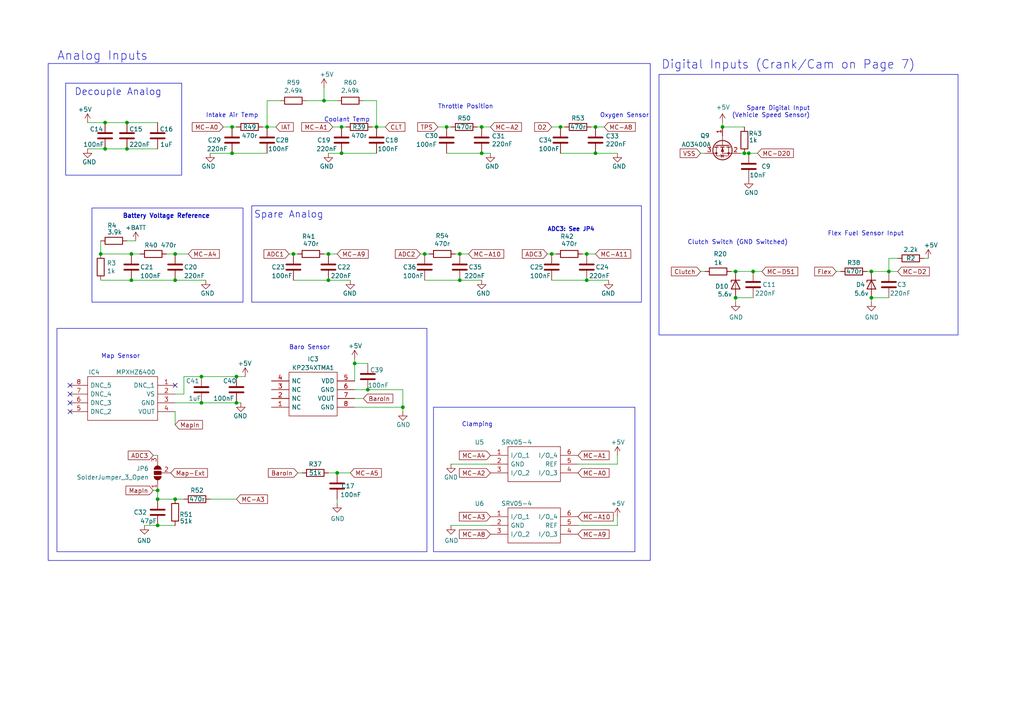
<source format=kicad_sch>
(kicad_sch (version 20250114) (generator "eeschema") (generator_version "9.0")
  (paper "A4")
  (title_block (title "Spark Gap x4") (date "2025-05-18") (rev "C") (company "OpenLogicEFI") (comment 1 "openlogicefi.com"))
  (lib_symbols
    (symbol "Detonation:KP234" (pin_names (offset 0.762))
      (property "Reference" "IC4" (at 12.065 -13.97 0))
      (property "Value" "KP234" (at 12.065 -11.43 0))
      (symbol "KP234_0_0"
        (pin passive line (at 0 0 0) (length 5.08) (name "NC") (number "1"))
        (pin passive line (at 0 -2.54 0) (length 5.08) (name "NC") (number "2"))
        (pin passive line (at 0 -5.08 0) (length 5.08) (name "NC") (number "3"))
        (pin passive line (at 0 -7.62 0) (length 5.08) (name "NC") (number "4"))
        (pin passive line (at 24.13 0 180) (length 5.08) (name "GND") (number "8"))
        (pin passive line (at 24.13 -2.54 180) (length 5.08) (name "VOUT") (number "7"))
        (pin passive line (at 24.13 -5.08 180) (length 5.08) (name "GND") (number "6"))
        (pin passive line (at 24.13 -7.62 180) (length 5.08) (name "VDD") (number "5"))
      )
      (symbol "KP234_0_1"
        (polyline (pts (xy 5.08 2.54) (xy 19.05 2.54) (xy 19.05 -10.16) (xy 5.08 -10.16) (xy 5.08 2.54)) (stroke (width 0.1524)))
      )
    )
    (symbol "Device:C" (pin_numbers (hide yes)) (pin_names (offset 0.254))
      (property "Reference" "C" (at 0.635 2.54 0))
      (property "Value" "C" (at 0.635 -2.54 0))
      (symbol "C_0_1"
        (polyline (pts (xy -2.032 0.762) (xy 2.032 0.762)) (stroke (width 0.508)))
        (polyline (pts (xy -2.032 -0.762) (xy 2.032 -0.762)) (stroke (width 0.508)))
      )
      (symbol "C_1_1"
        (pin passive line (at 0 3.81 270) (length 2.794) (name "~") (number "1"))
        (pin passive line (at 0 -3.81 90) (length 2.794) (name "~") (number "2"))
      )
    )
    (symbol "Device:D_Zener" (pin_numbers (hide yes)) (pin_names (offset 1.016) (hide yes))
      (property "Reference" "D" (at 0 2.54 0))
      (property "Value" "D_Zener" (at 0 -2.54 0))
      (symbol "D_Zener_0_1"
        (polyline (pts (xy -1.27 -1.27) (xy -1.27 1.27) (xy -0.762 1.27)) (stroke (width 0.254)))
        (polyline (pts (xy 1.27 0) (xy -1.27 0)))
        (polyline (pts (xy 1.27 -1.27) (xy 1.27 1.27) (xy -1.27 0) (xy 1.27 -1.27)) (stroke (width 0.254)))
      )
      (symbol "D_Zener_1_1"
        (pin passive line (at -3.81 0 0) (length 2.54) (name "K") (number "1"))
        (pin passive line (at 3.81 0 180) (length 2.54) (name "A") (number "2"))
      )
    )
    (symbol "Device:R" (pin_numbers (hide yes)) (pin_names (offset 0))
      (property "Reference" "R" (at 2.032 0 90))
      (property "Value" "R" (at 0 0 90))
      (symbol "R_0_1"
        (rectangle (start -1.016 -2.54) (end 1.016 2.54) (stroke (width 0.254)))
      )
      (symbol "R_1_1"
        (pin passive line (at 0 3.81 270) (length 1.27) (name "~") (number "1"))
        (pin passive line (at 0 -3.81 90) (length 1.27) (name "~") (number "2"))
      )
    )
    (symbol "Jumper:SolderJumper_3_Open" (pin_names (offset 0) (hide yes))
      (property "Reference" "JP" (at -2.54 -2.54 0))
      (property "Value" "SolderJumper_3_Open" (at 0 2.794 0))
      (symbol "SolderJumper_3_Open_0_1"
        (polyline (pts (xy -2.54 0) (xy -2.032 0)))
        (polyline (pts (xy -1.016 1.016) (xy -1.016 -1.016)))
        (arc (start -1.016 -1.016) (mid -2.0276 0) (end -1.016 1.016))
        (arc (start -1.016 -1.016) (mid -2.0276 0) (end -1.016 1.016) (fill (type outline)))
        (rectangle (start -0.508 1.016) (end 0.508 -1.016) (fill (type outline)))
        (polyline (pts (xy 0 -1.27) (xy 0 -1.016)))
        (arc (start 1.016 1.016) (mid 2.0276 0) (end 1.016 -1.016))
        (arc (start 1.016 1.016) (mid 2.0276 0) (end 1.016 -1.016) (fill (type outline)))
        (polyline (pts (xy 1.016 1.016) (xy 1.016 -1.016)))
        (polyline (pts (xy 2.54 0) (xy 2.032 0)))
      )
      (symbol "SolderJumper_3_Open_1_1"
        (pin passive line (at -5.08 0 0) (length 2.54) (name "A") (number "1"))
        (pin passive line (at 0 -3.81 90) (length 2.54) (name "C") (number "2"))
        (pin passive line (at 5.08 0 180) (length 2.54) (name "B") (number "3"))
      )
    )
    (symbol "MPXH6250AC6U:MPXH6250AC6U" (pin_names (offset 0.762))
      (property "Reference" "IC4" (at 23.495 3.81 0))
      (property "Value" "MPXHZ6400" (at 11.43 3.81 0))
      (symbol "MPXH6250AC6U_0_0"
        (pin passive line (at 0 0 0) (length 5.08) (name "DNC_1") (number "1"))
        (pin passive line (at 0 -2.54 0) (length 5.08) (name "VS") (number "2"))
        (pin passive line (at 0 -5.08 0) (length 5.08) (name "GND") (number "3"))
        (pin passive line (at 0 -7.62 0) (length 5.08) (name "VOUT") (number "4"))
        (pin passive line (at 30.48 0 180) (length 5.08) (name "DNC_5") (number "8"))
        (pin passive line (at 30.48 -2.54 180) (length 5.08) (name "DNC_4") (number "7"))
        (pin passive line (at 30.48 -5.08 180) (length 5.08) (name "DNC_3") (number "6"))
        (pin passive line (at 30.48 -7.62 180) (length 5.08) (name "DNC_2") (number "5"))
      )
      (symbol "MPXH6250AC6U_0_1"
        (polyline (pts (xy 5.08 2.54) (xy 25.4 2.54) (xy 25.4 -10.16) (xy 5.08 -10.16) (xy 5.08 2.54)) (stroke (width 0.1524)))
      )
    )
    (symbol "Pre_Ignition-cache:AO3400A" (pin_names (hide yes))
      (property "Reference" "Q" (at 5.08 1.905 0))
      (property "Value" "AO3400A" (at 5.08 0 0))
      (symbol "AO3400A_0_1"
        (polyline (pts (xy 0.254 1.905) (xy 0.254 -1.905)) (stroke (width 0.254)))
        (polyline (pts (xy 0.254 0) (xy -2.54 0)))
        (polyline (pts (xy 0.762 2.286) (xy 0.762 1.27)) (stroke (width 0.254)))
        (polyline (pts (xy 0.762 0.508) (xy 0.762 -0.508)) (stroke (width 0.254)))
        (polyline (pts (xy 0.762 -1.27) (xy 0.762 -2.286)) (stroke (width 0.254)))
        (polyline (pts (xy 0.762 -1.778) (xy 3.302 -1.778) (xy 3.302 1.778) (xy 0.762 1.778)))
        (polyline (pts (xy 1.016 0) (xy 2.032 0.381) (xy 2.032 -0.381) (xy 1.016 0)) (fill (type outline)))
        (circle (center 1.651 0) (radius 2.794) (stroke (width 0.254)))
        (polyline (pts (xy 2.54 2.54) (xy 2.54 1.778)))
        (circle (center 2.54 1.778) (radius 0.254) (fill (type outline)))
        (circle (center 2.54 -1.778) (radius 0.254) (fill (type outline)))
        (polyline (pts (xy 2.54 -2.54) (xy 2.54 0) (xy 0.762 0)))
        (polyline (pts (xy 2.794 0.508) (xy 2.921 0.381) (xy 3.683 0.381) (xy 3.81 0.254)))
        (polyline (pts (xy 3.302 0.381) (xy 2.921 -0.254) (xy 3.683 -0.254) (xy 3.302 0.381)))
      )
      (symbol "AO3400A_1_1"
        (pin input line (at -5.08 0 0) (length 2.54) (name "G") (number "1"))
        (pin passive line (at 2.54 5.08 270) (length 2.54) (name "D") (number "3"))
        (pin passive line (at 2.54 -5.08 90) (length 2.54) (name "S") (number "2"))
      )
    )
    (symbol "Pre_Ignition-rescue:SRV05-4-P-T7-SRV05-4-P-T7-Pre_Ignition-rescue-Pre_Ignition-rescue-Pre_Ignition-rescue" (pin_names (offset 0.762))
      (property "Reference" "U1" (at 1.905 3.81 0))
      (property "Value" "SRV05-4-P-T7" (at 12.7 3.81 0))
      (symbol "SRV05-4-P-T7-SRV05-4-P-T7-Pre_Ignition-rescue-Pre_Ignition-rescue-Pre_Ignition-rescue_0_0"
        (pin passive line (at 5.08 0 0) (length 5.08) (name "I/O_1") (number "1"))
        (pin passive line (at 5.08 -2.54 0) (length 5.08) (name "GND") (number "2"))
        (pin passive line (at 5.08 -5.08 0) (length 5.08) (name "I/O_2") (number "3"))
        (pin passive line (at 30.48 0 180) (length 5.08) (name "I/O_4") (number "6"))
        (pin passive line (at 30.48 -2.54 180) (length 5.08) (name "REF") (number "5"))
        (pin passive line (at 30.48 -5.08 180) (length 5.08) (name "I/O_3") (number "4"))
      )
      (symbol "SRV05-4-P-T7-SRV05-4-P-T7-Pre_Ignition-rescue-Pre_Ignition-rescue-Pre_Ignition-rescue_0_1"
        (polyline (pts (xy 10.16 2.54) (xy 25.4 2.54) (xy 25.4 -7.62) (xy 10.16 -7.62) (xy 10.16 2.54)) (stroke (width 0.1524)))
      )
    )
    (symbol "power:+5V" (power) (pin_names (offset 0))
      (property "Value" "+5V" (at 0 3.556 0))
      (symbol "+5V_0_1"
        (polyline (pts (xy -0.762 1.27) (xy 0 2.54)))
        (polyline (pts (xy 0 2.54) (xy 0.762 1.27)))
        (polyline (pts (xy 0 0) (xy 0 2.54)))
      )
      (symbol "+5V_1_1"
        (pin power_in line (at 0 0 90) (length 0) (hide yes) (name "+5V") (number "1"))
      )
    )
    (symbol "power:+BATT" (power) (pin_names (offset 0))
      (property "Value" "+BATT" (at 0 3.556 0))
      (symbol "+BATT_0_1"
        (polyline (pts (xy -0.762 1.27) (xy 0 2.54)))
        (polyline (pts (xy 0 2.54) (xy 0.762 1.27)))
        (polyline (pts (xy 0 0) (xy 0 2.54)))
      )
      (symbol "+BATT_1_1"
        (pin power_in line (at 0 0 90) (length 0) (hide yes) (name "+BATT") (number "1"))
      )
    )
    (symbol "power:GND" (power) (pin_names (offset 0))
      (property "Value" "GND" (at 0 -3.81 0))
      (symbol "GND_0_1"
        (polyline (pts (xy 0 0) (xy 0 -1.27) (xy 1.27 -1.27) (xy 0 -2.54) (xy -1.27 -1.27) (xy 0 -1.27)))
      )
      (symbol "GND_1_1"
        (pin power_in line (at 0 0 270) (length 0) (hide yes) (name "GND") (number "1"))
      )
    )
  )
  (rectangle (start 13.97 18.415) (end 188.595 162.56))
  (rectangle (start 125.73 118.11) (end 184.15 160.02))
  (rectangle (start 73.025 59.69) (end 186.055 87.63))
  (rectangle (start 19.05 24.13) (end 52.705 50.8))
  (rectangle (start 26.67 60.325) (end 70.485 87.63))
  (rectangle (start 191.135 21.59) (end 277.876 97.155))
  (rectangle (start 16.51 95.25) (end 123.825 160.02))
  (text "Map Sensor" (at 40.64 104.14 0) (effects (font (size 1.27 1.27)) (justify right bottom)))
  (text "Clutch Switch (GND Switched)" (at 199.39 71.12 0) (effects (font (size 1.27 1.27)) (justify left bottom)))
  (text "Analog Inputs" (at 16.51 17.78 0) (effects (font (size 2.54 2.54)) (justify left bottom)))
  (text "Throttle Position" (at 127 31.75 0) (effects (font (size 1.27 1.27)) (justify left bottom)))
  (text "Spare Digital Input\n(Vehicle Speed Sensor)" (at 234.95 34.29 0) (effects (font (size 1.27 1.27)) (justify right bottom)))
  (text "Oxygen Sensor" (at 173.99 34.29 0) (effects (font (size 1.27 1.27)) (justify left bottom)))
  (text "Digital Inputs (Crank/Cam on Page 7)" (at 191.77 20.32 0) (effects (font (size 2.4892 2.4892)) (justify left bottom)))
  (text "Coolant Temp" (at 93.98 35.56 0) (effects (font (size 1.27 1.27)) (justify left bottom)))
  (text "Intake Air Temp" (at 59.69 34.29 0) (effects (font (size 1.27 1.27)) (justify left bottom)))
  (text "Baro Sensor" (at 83.82 101.6 0) (effects (font (size 1.27 1.27)) (justify left bottom)))
  (text "Battery Voltage Reference" (at 35.56 63.5 0) (effects (font (size 1.27 1.27) (thickness 0.254) (bold yes)) (justify left bottom)))
  (text "Spare Analog" (at 73.66 63.5 0) (effects (font (size 2 2)) (justify left bottom)))
  (text "Flex Fuel Sensor Input" (at 240.03 68.58 0) (effects (font (size 1.27 1.27)) (justify left bottom)))
  (text "Decouple Analog" (at 21.59 27.94 0) (effects (font (size 2 2)) (justify left bottom)))
  (text "Clamping" (at 138.43 123.19 0) (effects (font (size 1.27 1.27))))
  (text "ADC3: See JP4" (at 158.75 67.31 0) (effects (font (size 1.2 1.2) (thickness 0.24) (bold yes)) (justify left bottom)))
  (junction (at 116.84 118.11))
  (junction (at 68.58 109.22))
  (junction (at 162.56 36.83))
  (junction (at 139.7 36.83))
  (junction (at 215.9 44.45))
  (junction (at 77.47 36.83))
  (junction (at 50.8 81.28))
  (junction (at 109.22 36.83))
  (junction (at 99.06 36.83))
  (junction (at 30.48 43.18))
  (junction (at 123.19 73.66))
  (junction (at 68.58 116.84))
  (junction (at 133.35 81.28))
  (junction (at 30.48 35.56))
  (junction (at 102.87 105.41))
  (junction (at 160.02 73.66))
  (junction (at 133.35 73.66))
  (junction (at 170.18 81.28))
  (junction (at 58.42 109.22))
  (junction (at 217.17 44.45))
  (junction (at 67.31 36.83))
  (junction (at 257.81 78.74))
  (junction (at 93.98 29.21))
  (junction (at 45.72 142.24))
  (junction (at 95.25 73.66))
  (junction (at 106.68 113.03))
  (junction (at 172.72 36.83))
  (junction (at 252.73 86.36))
  (junction (at 172.72 44.45))
  (junction (at 38.1 81.28))
  (junction (at 45.72 144.78))
  (junction (at 139.7 44.45))
  (junction (at 97.79 137.16))
  (junction (at 213.36 86.36))
  (junction (at 99.06 44.45))
  (junction (at 58.42 116.84))
  (junction (at 129.54 36.83))
  (junction (at 213.36 78.74))
  (junction (at 50.8 73.66))
  (junction (at 67.31 44.45))
  (junction (at 170.18 73.66))
  (junction (at 29.21 73.66))
  (junction (at 36.83 35.56))
  (junction (at 50.8 144.78))
  (junction (at 95.25 81.28))
  (junction (at 45.72 152.4))
  (junction (at 209.55 36.83))
  (junction (at 252.73 78.74))
  (junction (at 38.1 73.66))
  (junction (at 218.44 78.74))
  (junction (at 85.09 73.66))
  (junction (at 36.83 43.18))
  (no_connect (at 50.8 111.76))
  (no_connect (at 20.32 111.76))
  (no_connect (at 20.32 114.3))
  (no_connect (at 20.32 116.84))
  (no_connect (at 20.32 119.38))
  (wire (pts (xy 39.37 69.85) (xy 36.83 69.85)))
  (wire (pts (xy 100.33 36.83) (xy 99.06 36.83)))
  (wire (pts (xy 176.53 81.28) (xy 170.18 81.28)))
  (wire (pts (xy 218.44 86.36) (xy 213.36 86.36)))
  (wire (pts (xy 213.36 86.36) (xy 213.36 87.63)))
  (wire (pts (xy 179.07 152.4) (xy 167.64 152.4)))
  (wire (pts (xy 69.85 116.84) (xy 68.58 116.84)))
  (wire (pts (xy 45.72 142.24) (xy 45.72 144.78)))
  (wire (pts (xy 30.48 43.18) (xy 36.83 43.18)))
  (wire (pts (xy 171.45 36.83) (xy 172.72 36.83)))
  (wire (pts (xy 30.48 35.56) (xy 36.83 35.56)))
  (wire (pts (xy 139.7 36.83) (xy 142.24 36.83)))
  (wire (pts (xy 50.8 144.78) (xy 53.34 144.78)))
  (wire (pts (xy 97.79 144.78) (xy 97.79 146.05)))
  (wire (pts (xy 106.68 105.41) (xy 102.87 105.41)))
  (wire (pts (xy 86.36 137.16) (xy 87.63 137.16)))
  (wire (pts (xy 95.25 137.16) (xy 97.79 137.16)))
  (wire (pts (xy 215.9 44.45) (xy 217.17 44.45)))
  (wire (pts (xy 85.09 73.66) (xy 86.36 73.66)))
  (wire (pts (xy 68.58 109.22) (xy 58.42 109.22)))
  (wire (pts (xy 252.73 86.36) (xy 252.73 87.63)))
  (wire (pts (xy 168.91 73.66) (xy 170.18 73.66)))
  (wire (pts (xy 106.68 113.03) (xy 102.87 113.03)))
  (wire (pts (xy 213.36 78.74) (xy 212.09 78.74)))
  (wire (pts (xy 209.55 36.83) (xy 215.9 36.83)))
  (wire (pts (xy 77.47 29.21) (xy 81.28 29.21)))
  (wire (pts (xy 60.96 44.45) (xy 67.31 44.45)))
  (wire (pts (xy 252.73 78.74) (xy 257.81 78.74)))
  (wire (pts (xy 116.84 118.11) (xy 116.84 119.38)))
  (wire (pts (xy 60.96 144.78) (xy 68.58 144.78)))
  (wire (pts (xy 88.9 29.21) (xy 93.98 29.21)))
  (wire (pts (xy 105.41 29.21) (xy 109.22 29.21)))
  (wire (pts (xy 251.46 78.74) (xy 252.73 78.74)))
  (wire (pts (xy 29.21 73.66) (xy 38.1 73.66)))
  (wire (pts (xy 50.8 152.4) (xy 45.72 152.4)))
  (wire (pts (xy 203.2 78.74) (xy 204.47 78.74)))
  (wire (pts (xy 45.72 144.78) (xy 50.8 144.78)))
  (wire (pts (xy 93.98 25.4) (xy 93.98 29.21)))
  (wire (pts (xy 252.73 86.36) (xy 257.81 86.36)))
  (wire (pts (xy 116.84 113.03) (xy 106.68 113.03)))
  (wire (pts (xy 217.17 44.45) (xy 219.71 44.45)))
  (wire (pts (xy 53.34 114.3) (xy 50.8 114.3)))
  (wire (pts (xy 50.8 73.66) (xy 54.61 73.66)))
  (wire (pts (xy 48.26 73.66) (xy 50.8 73.66)))
  (wire (pts (xy 129.54 36.83) (xy 130.81 36.83)))
  (wire (pts (xy 179.07 132.08) (xy 179.07 134.62)))
  (wire (pts (xy 77.47 29.21) (xy 77.47 36.83)))
  (wire (pts (xy 109.22 44.45) (xy 99.06 44.45)))
  (wire (pts (xy 67.31 36.83) (xy 64.77 36.83)))
  (wire (pts (xy 58.42 116.84) (xy 50.8 116.84)))
  (wire (pts (xy 85.09 81.28) (xy 95.25 81.28)))
  (wire (pts (xy 93.98 73.66) (xy 95.25 73.66)))
  (wire (pts (xy 58.42 109.22) (xy 53.34 109.22)))
  (wire (pts (xy 95.25 73.66) (xy 97.79 73.66)))
  (wire (pts (xy 123.19 81.28) (xy 133.35 81.28)))
  (wire (pts (xy 29.21 81.28) (xy 38.1 81.28)))
  (wire (pts (xy 170.18 73.66) (xy 172.72 73.66)))
  (wire (pts (xy 130.81 134.62) (xy 142.24 134.62)))
  (wire (pts (xy 127 36.83) (xy 129.54 36.83)))
  (wire (pts (xy 102.87 110.49) (xy 102.87 105.41)))
  (wire (pts (xy 44.45 142.24) (xy 45.72 142.24)))
  (wire (pts (xy 269.24 74.93) (xy 267.97 74.93)))
  (wire (pts (xy 36.83 35.56) (xy 45.72 35.56)))
  (wire (pts (xy 257.81 74.93) (xy 260.35 74.93)))
  (wire (pts (xy 162.56 44.45) (xy 172.72 44.45)))
  (wire (pts (xy 99.06 36.83) (xy 96.52 36.83)))
  (wire (pts (xy 93.98 29.21) (xy 97.79 29.21)))
  (wire (pts (xy 142.24 152.4) (xy 130.81 152.4)))
  (wire (pts (xy 172.72 44.45) (xy 179.07 44.45)))
  (wire (pts (xy 129.54 44.45) (xy 139.7 44.45)))
  (wire (pts (xy 257.81 74.93) (xy 257.81 78.74)))
  (wire (pts (xy 121.92 73.66) (xy 123.19 73.66)))
  (wire (pts (xy 133.35 73.66) (xy 135.89 73.66)))
  (wire (pts (xy 25.4 43.18) (xy 30.48 43.18)))
  (wire (pts (xy 160.02 36.83) (xy 162.56 36.83)))
  (wire (pts (xy 105.41 115.57) (xy 102.87 115.57)))
  (wire (pts (xy 139.7 81.28) (xy 133.35 81.28)))
  (wire (pts (xy 142.24 44.45) (xy 139.7 44.45)))
  (wire (pts (xy 101.6 81.28) (xy 95.25 81.28)))
  (wire (pts (xy 209.55 35.56) (xy 209.55 36.83)))
  (wire (pts (xy 107.95 36.83) (xy 109.22 36.83)))
  (wire (pts (xy 109.22 29.21) (xy 109.22 36.83)))
  (wire (pts (xy 38.1 81.28) (xy 50.8 81.28)))
  (wire (pts (xy 160.02 81.28) (xy 170.18 81.28)))
  (wire (pts (xy 109.22 36.83) (xy 111.76 36.83)))
  (wire (pts (xy 123.19 73.66) (xy 124.46 73.66)))
  (wire (pts (xy 213.36 78.74) (xy 218.44 78.74)))
  (wire (pts (xy 36.83 43.18) (xy 45.72 43.18)))
  (wire (pts (xy 50.8 119.38) (xy 50.8 123.19)))
  (wire (pts (xy 71.12 109.22) (xy 68.58 109.22)))
  (wire (pts (xy 25.4 35.56) (xy 30.48 35.56)))
  (wire (pts (xy 53.34 109.22) (xy 53.34 114.3)))
  (wire (pts (xy 83.82 73.66) (xy 85.09 73.66)))
  (wire (pts (xy 59.69 81.28) (xy 50.8 81.28)))
  (wire (pts (xy 116.84 113.03) (xy 116.84 118.11)))
  (wire (pts (xy 68.58 116.84) (xy 58.42 116.84)))
  (wire (pts (xy 218.44 78.74) (xy 220.98 78.74)))
  (wire (pts (xy 138.43 36.83) (xy 139.7 36.83)))
  (wire (pts (xy 172.72 36.83) (xy 175.26 36.83)))
  (wire (pts (xy 38.1 73.66) (xy 40.64 73.66)))
  (wire (pts (xy 68.58 36.83) (xy 67.31 36.83)))
  (wire (pts (xy 162.56 36.83) (xy 163.83 36.83)))
  (wire (pts (xy 132.08 73.66) (xy 133.35 73.66)))
  (wire (pts (xy 243.84 78.74) (xy 242.57 78.74)))
  (wire (pts (xy 257.81 78.74) (xy 260.35 78.74)))
  (wire (pts (xy 29.21 69.85) (xy 29.21 73.66)))
  (wire (pts (xy 204.47 44.45) (xy 203.2 44.45)))
  (wire (pts (xy 77.47 44.45) (xy 67.31 44.45)))
  (wire (pts (xy 80.01 36.83) (xy 77.47 36.83)))
  (wire (pts (xy 102.87 104.14) (xy 102.87 105.41)))
  (wire (pts (xy 45.72 152.4) (xy 41.91 152.4)))
  (wire (pts (xy 214.63 44.45) (xy 215.9 44.45)))
  (wire (pts (xy 158.75 73.66) (xy 160.02 73.66)))
  (wire (pts (xy 179.07 134.62) (xy 167.64 134.62)))
  (wire (pts (xy 77.47 36.83) (xy 76.2 36.83)))
  (wire (pts (xy 97.79 137.16) (xy 101.6 137.16)))
  (wire (pts (xy 95.25 44.45) (xy 99.06 44.45)))
  (wire (pts (xy 179.07 149.86) (xy 179.07 152.4)))
  (wire (pts (xy 116.84 118.11) (xy 102.87 118.11)))
  (wire (pts (xy 160.02 73.66) (xy 161.29 73.66)))
  (wire (pts (xy 44.45 132.08) (xy 45.72 132.08)))
  (global_label "MC-A5" (shape input) (at 101.6 137.16 0) (property "Intersheetrefs" "${INTERSHEET_REFS}" (effects (hide yes))))
  (global_label "MC-D2" (shape input) (at 260.35 78.74 0) (property "Intersheetrefs" "${INTERSHEET_REFS}" (effects (hide yes))))
  (global_label "ADC3" (shape input) (at 44.45 132.08 180) (property "Intersheetrefs" "${INTERSHEET_REFS}" (effects (hide yes))))
  (global_label "MC-A0" (shape input) (at 167.64 137.16 0) (property "Intersheetrefs" "${INTERSHEET_REFS}" (effects (hide yes))))
  (global_label "MC-A10" (shape input) (at 135.89 73.66 0) (property "Intersheetrefs" "${INTERSHEET_REFS}" (effects (hide yes))))
  (global_label "MC-D20" (shape input) (at 219.71 44.45 0) (property "Intersheetrefs" "${INTERSHEET_REFS}" (effects (hide yes))))
  (global_label "MapIn" (shape input) (at 44.45 142.24 180) (property "Intersheetrefs" "${INTERSHEET_REFS}" (effects (hide yes))))
  (global_label "MC-A1" (shape input) (at 167.64 132.08 0) (property "Intersheetrefs" "${INTERSHEET_REFS}" (effects (hide yes))))
  (global_label "VSS" (shape input) (at 203.2 44.45 180) (property "Intersheetrefs" "${INTERSHEET_REFS}" (effects (hide yes))))
  (global_label "ADC2" (shape input) (at 121.92 73.66 180) (property "Intersheetrefs" "${INTERSHEET_REFS}" (effects (hide yes))))
  (global_label "MC-A4" (shape input) (at 142.24 132.08 180) (property "Intersheetrefs" "${INTERSHEET_REFS}" (effects (hide yes))))
  (global_label "Flex" (shape input) (at 242.57 78.74 180) (property "Intersheetrefs" "${INTERSHEET_REFS}" (effects (hide yes))))
  (global_label "Clutch" (shape input) (at 203.2 78.74 180) (property "Intersheetrefs" "${INTERSHEET_REFS}" (effects (hide yes))))
  (global_label "BaroIn" (shape input) (at 105.41 115.57 0) (property "Intersheetrefs" "${INTERSHEET_REFS}" (effects (hide yes))))
  (global_label "MC-A4" (shape input) (at 54.61 73.66 0) (property "Intersheetrefs" "${INTERSHEET_REFS}" (effects (hide yes))))
  (global_label "MC-A3" (shape input) (at 142.24 149.86 180) (property "Intersheetrefs" "${INTERSHEET_REFS}" (effects (hide yes))))
  (global_label "MC-A3" (shape input) (at 68.58 144.78 0) (property "Intersheetrefs" "${INTERSHEET_REFS}" (effects (hide yes))))
  (global_label "TPS" (shape input) (at 127 36.83 180) (property "Intersheetrefs" "${INTERSHEET_REFS}" (effects (hide yes))))
  (global_label "MC-A0" (shape input) (at 64.77 36.83 180) (property "Intersheetrefs" "${INTERSHEET_REFS}" (effects (hide yes))))
  (global_label "MC-A9" (shape input) (at 167.64 154.94 0) (property "Intersheetrefs" "${INTERSHEET_REFS}" (effects (hide yes))))
  (global_label "MC-A2" (shape input) (at 142.24 137.16 180) (property "Intersheetrefs" "${INTERSHEET_REFS}" (effects (hide yes))))
  (global_label "MC-A2" (shape input) (at 142.24 36.83 0) (property "Intersheetrefs" "${INTERSHEET_REFS}" (effects (hide yes))))
  (global_label "Map-Ext" (shape input) (at 49.53 137.16 0) (property "Intersheetrefs" "${INTERSHEET_REFS}" (effects (hide yes))))
  (global_label "CLT" (shape input) (at 111.76 36.83 0) (property "Intersheetrefs" "${INTERSHEET_REFS}" (effects (hide yes))))
  (global_label "MC-A10" (shape input) (at 167.64 149.86 0) (property "Intersheetrefs" "${INTERSHEET_REFS}" (effects (hide yes))))
  (global_label "O2" (shape input) (at 160.02 36.83 180) (property "Intersheetrefs" "${INTERSHEET_REFS}" (effects (hide yes))))
  (global_label "MC-A8" (shape input) (at 142.24 154.94 180) (property "Intersheetrefs" "${INTERSHEET_REFS}" (effects (hide yes))))
  (global_label "MC-A11" (shape input) (at 172.72 73.66 0) (property "Intersheetrefs" "${INTERSHEET_REFS}" (effects (hide yes))))
  (global_label "MC-A8" (shape input) (at 175.26 36.83 0) (property "Intersheetrefs" "${INTERSHEET_REFS}" (effects (hide yes))))
  (global_label "MC-A9" (shape input) (at 97.79 73.66 0) (property "Intersheetrefs" "${INTERSHEET_REFS}" (effects (hide yes))))
  (global_label "ADC3" (shape input) (at 158.75 73.66 180) (property "Intersheetrefs" "${INTERSHEET_REFS}" (effects (hide yes))))
  (global_label "BaroIn" (shape input) (at 86.36 137.16 180) (property "Intersheetrefs" "${INTERSHEET_REFS}" (effects (hide yes))))
  (global_label "MC-A1" (shape input) (at 96.52 36.83 180) (property "Intersheetrefs" "${INTERSHEET_REFS}" (effects (hide yes))))
  (global_label "MapIn" (shape input) (at 50.8 123.19 0) (property "Intersheetrefs" "${INTERSHEET_REFS}" (effects (hide yes))))
  (global_label "MC-D51" (shape input) (at 220.98 78.74 0) (property "Intersheetrefs" "${INTERSHEET_REFS}" (effects (hide yes))))
  (global_label "ADC1" (shape input) (at 83.82 73.66 180) (property "Intersheetrefs" "${INTERSHEET_REFS}" (effects (hide yes))))
  (global_label "IAT" (shape input) (at 80.01 36.83 0) (property "Intersheetrefs" "${INTERSHEET_REFS}" (effects (hide yes))))
  (symbol (lib_id "Device:R") (at 134.62 36.83 270) (unit 1)
    (property "Reference" "R50" (at 134.62 34.29 90))
    (property "Value" "470r" (at 134.62 36.83 90))
    (property "Footprint" "Resistor_SMD:R_0402_1005Metric" (effects (hide yes)))
    (property "LCSC" "C25117" (effects (hide yes)))
    (property "Manufacture Part Number" "0402WGF4700TCE" (effects (hide yes)))
  )
  (symbol (lib_id "Device:C") (at 129.54 40.64 0) (unit 1)
    (property "Reference" "C30" (at 123.19 39.37 0) (effects (justify left)))
    (property "Value" "100nF" (at 120.65 41.91 0) (effects (justify left)))
    (property "Footprint" "Capacitor_SMD:C_0402_1005Metric" (effects (hide yes)))
    (property "LCSC" "C307331" (effects (hide yes)))
    (property "Manufacture Part Number" "CL05B104KB54PNC" (effects (hide yes)))
  )
  (symbol (lib_id "Device:C") (at 139.7 40.64 0) (unit 1)
    (property "Reference" "C31" (at 142.621 39.4716 0) (effects (justify left)))
    (property "Value" "220nF" (at 142.621 41.783 0) (effects (justify left)))
    (property "Footprint" "Capacitor_SMD:C_0402_1005Metric" (effects (hide yes)))
    (property "LCSC" "C16772" (effects (hide yes)))
    (property "Manufacture Part Number" "CL05B224KO5NNNC" (effects (hide yes)))
  )
  (symbol (lib_id "power:GND") (at 142.24 44.45 0) (unit 1)
    (property "Reference" "#PWR0137" (effects (hide yes)))
    (property "Value" "GND" (at 144.78 48.26 0) (effects (justify right)))
  )
  (symbol (lib_id "Device:R") (at 167.64 36.83 270) (unit 1)
    (property "Reference" "R53" (at 167.64 34.29 90))
    (property "Value" "470r" (at 167.64 36.83 90))
    (property "Footprint" "Resistor_SMD:R_0402_1005Metric" (effects (hide yes)))
    (property "LCSC" "C25117" (effects (hide yes)))
    (property "Manufacture Part Number" "0402WGF4700TCE" (effects (hide yes)))
  )
  (symbol (lib_id "Device:C") (at 162.56 40.64 0) (unit 1)
    (property "Reference" "C34" (at 156.21 40.64 0) (effects (justify left)))
    (property "Value" "100nF" (at 156.21 43.18 0) (effects (justify left)))
    (property "Footprint" "Capacitor_SMD:C_0402_1005Metric" (effects (hide yes)))
    (property "LCSC" "C307331" (effects (hide yes)))
    (property "Manufacture Part Number" "CL05B104KB54PNC" (effects (hide yes)))
  )
  (symbol (lib_id "Device:C") (at 172.72 40.64 0) (unit 1)
    (property "Reference" "C33" (at 175.641 39.4716 0) (effects (justify left)))
    (property "Value" "220nF" (at 175.641 41.783 0) (effects (justify left)))
    (property "Footprint" "Capacitor_SMD:C_0402_1005Metric" (effects (hide yes)))
    (property "LCSC" "C16772" (effects (hide yes)))
    (property "Manufacture Part Number" "CL05B224KO5NNNC" (effects (hide yes)))
  )
  (symbol (lib_id "power:GND") (at 179.07 44.45 0) (unit 1)
    (property "Reference" "#PWR0132" (effects (hide yes)))
    (property "Value" "GND" (at 181.61 48.26 0) (effects (justify right)))
  )
  (symbol (lib_id "Device:R") (at 57.15 144.78 90) (unit 1)
    (property "Reference" "R52" (at 57.15 142.24 90))
    (property "Value" "470r" (at 57.15 144.78 90))
    (property "Footprint" "Resistor_SMD:R_0402_1005Metric" (effects (hide yes)))
    (property "LCSC" "C25117" (effects (hide yes)))
    (property "Manufacture Part Number" "0402WGF4700TCE" (effects (hide yes)))
  )
  (symbol (lib_id "Device:R") (at 72.39 36.83 90) (mirror x) (unit 1)
    (property "Reference" "R49" (at 72.39 36.83 90))
    (property "Value" "470r" (at 72.39 39.37 90))
    (property "Footprint" "Resistor_SMD:R_0402_1005Metric" (effects (hide yes)))
    (property "LCSC" "C25117" (effects (hide yes)))
    (property "Manufacture Part Number" "0402WGF4700TCE" (effects (hide yes)))
  )
  (symbol (lib_id "Device:C") (at 77.47 40.64 0) (mirror y) (unit 1)
    (property "Reference" "C28" (at 83.82 40.64 0) (effects (justify left)))
    (property "Value" "100nF" (at 83.82 43.18 0) (effects (justify left)))
    (property "Footprint" "Capacitor_SMD:C_0402_1005Metric" (effects (hide yes)))
    (property "LCSC" "C307331" (effects (hide yes)))
    (property "Manufacture Part Number" "CL05B104KB54PNC" (effects (hide yes)))
  )
  (symbol (lib_id "Device:C") (at 67.31 40.64 0) (mirror y) (unit 1)
    (property "Reference" "C29" (at 64.135 40.64 0) (effects (justify left)))
    (property "Value" "220nF" (at 66.04 43.18 0) (effects (justify left)))
    (property "Footprint" "Capacitor_SMD:C_0402_1005Metric" (effects (hide yes)))
    (property "LCSC" "C16772" (effects (hide yes)))
    (property "Manufacture Part Number" "CL05B224KO5NNNC" (effects (hide yes)))
  )
  (symbol (lib_id "power:GND") (at 60.96 44.45 0) (mirror y) (unit 1)
    (property "Reference" "#PWR0152" (effects (hide yes)))
    (property "Value" "GND" (at 58.42 48.26 0) (effects (justify right)))
  )
  (symbol (lib_id "Device:R") (at 264.16 74.93 90) (unit 1)
    (property "Reference" "R2" (at 264.16 74.93 90))
    (property "Value" "2.2k" (at 264.16 72.39 90))
    (property "Footprint" "Resistor_SMD:R_0402_1005Metric" (effects (hide yes)))
    (property "LCSC" "C25879 " (effects (hide yes)))
    (property "Manufacture Part Number" "0402WGF2201TCE " (effects (hide yes)))
  )
  (symbol (lib_id "Device:C") (at 257.81 82.55 0) (mirror y) (unit 1)
    (property "Reference" "C3" (at 262.89 82.55 0) (effects (justify left)))
    (property "Value" "220nF" (at 264.16 85.09 0) (effects (justify left)))
    (property "Footprint" "Capacitor_SMD:C_0402_1005Metric" (effects (hide yes)))
    (property "LCSC" "C16772" (effects (hide yes)))
    (property "Manufacture Part Number" "CL05B224KO5NNNC" (effects (hide yes)))
  )
  (symbol (lib_id "Device:R") (at 104.14 36.83 90) (mirror x) (unit 1)
    (property "Reference" "R39" (at 104.14 36.83 90))
    (property "Value" "470r" (at 104.14 39.37 90))
    (property "Footprint" "Resistor_SMD:R_0402_1005Metric" (effects (hide yes)))
    (property "LCSC" "C25117" (effects (hide yes)))
    (property "Manufacture Part Number" "0402WGF4700TCE" (effects (hide yes)))
  )
  (symbol (lib_id "Device:C") (at 109.22 40.64 0) (mirror y) (unit 1)
    (property "Reference" "C18" (at 115.57 40.64 0) (effects (justify left)))
    (property "Value" "100nF" (at 115.57 43.18 0) (effects (justify left)))
    (property "Footprint" "Capacitor_SMD:C_0402_1005Metric" (effects (hide yes)))
    (property "LCSC" "C307331" (effects (hide yes)))
    (property "Manufacture Part Number" "CL05B104KB54PNC" (effects (hide yes)))
  )
  (symbol (lib_id "Device:C") (at 99.06 40.64 0) (mirror y) (unit 1)
    (property "Reference" "C19" (at 95.885 40.64 0) (effects (justify left)))
    (property "Value" "220nF" (at 97.79 43.18 0) (effects (justify left)))
    (property "Footprint" "Capacitor_SMD:C_0402_1005Metric" (effects (hide yes)))
    (property "LCSC" "C16772" (effects (hide yes)))
    (property "Manufacture Part Number" "CL05B224KO5NNNC" (effects (hide yes)))
  )
  (symbol (lib_id "power:GND") (at 95.25 44.45 0) (mirror y) (unit 1)
    (property "Reference" "#PWR0139" (effects (hide yes)))
    (property "Value" "GND" (at 92.71 48.26 0) (effects (justify right)))
  )
  (symbol (lib_id "Device:R") (at 90.17 73.66 270) (unit 1)
    (property "Reference" "R41" (at 89.535 68.58 90))
    (property "Value" "470r" (at 90.17 70.7136 90))
    (property "Footprint" "Resistor_SMD:R_0402_1005Metric" (effects (hide yes)))
    (property "LCSC" "C25117" (effects (hide yes)))
    (property "Manufacture Part Number" "0402WGF4700TCE" (effects (hide yes)))
  )
  (symbol (lib_id "Device:C") (at 85.09 77.47 0) (unit 1)
    (property "Reference" "C23" (at 78.74 77.47 0) (effects (justify left)))
    (property "Value" "100nF" (at 78.74 80.01 0) (effects (justify left)))
    (property "Footprint" "Capacitor_SMD:C_0402_1005Metric" (effects (hide yes)))
    (property "LCSC" "C307331" (effects (hide yes)))
    (property "Manufacture Part Number" "CL05B104KB54PNC" (effects (hide yes)))
  )
  (symbol (lib_id "Device:C") (at 95.25 77.47 0) (unit 1)
    (property "Reference" "C22" (at 97.79 77.47 0) (effects (justify left)))
    (property "Value" "220nF" (at 95.885 80.01 0) (effects (justify left)))
    (property "Footprint" "Capacitor_SMD:C_0402_1005Metric" (effects (hide yes)))
    (property "LCSC" "C16772" (effects (hide yes)))
    (property "Manufacture Part Number" "CL05B224KO5NNNC" (effects (hide yes)))
  )
  (symbol (lib_id "power:GND") (at 101.6 81.28 0) (unit 1)
    (property "Reference" "#PWR0142" (effects (hide yes)))
    (property "Value" "GND" (at 103.505 85.09 0) (effects (justify right)))
  )
  (symbol (lib_id "Device:R") (at 208.28 78.74 270) (mirror x) (unit 1)
    (property "Reference" "R20" (at 208.915 73.66 90))
    (property "Value" "1k" (at 208.28 76.2 90))
    (property "Footprint" "Resistor_SMD:R_0402_1005Metric" (effects (hide yes)))
    (property "LCSC" "C11702" (effects (hide yes)))
    (property "Manufacture Part Number" "0402WGF1001TCE" (effects (hide yes)))
  )
  (symbol (lib_id "power:GND") (at 59.69 81.28 0) (unit 1)
    (property "Reference" "#PWR0140" (effects (hide yes)))
    (property "Value" "GND" (at 62.23 85.09 0) (effects (justify right)))
  )
  (symbol (lib_id "Device:C") (at 50.8 77.47 0) (unit 1)
    (property "Reference" "C20" (at 53.34 77.47 0) (effects (justify left)))
    (property "Value" "220nF" (at 53.34 80.01 0) (effects (justify left)))
    (property "Footprint" "Capacitor_SMD:C_0402_1005Metric" (effects (hide yes)))
    (property "LCSC" "C16772" (effects (hide yes)))
    (property "Manufacture Part Number" "CL05B224KO5NNNC" (effects (hide yes)))
  )
  (symbol (lib_id "Device:C") (at 38.1 77.47 0) (unit 1)
    (property "Reference" "C21" (at 40.64 77.47 0) (effects (justify left)))
    (property "Value" "100nF" (at 40.64 80.01 0) (effects (justify left)))
    (property "Footprint" "Capacitor_SMD:C_0402_1005Metric" (effects (hide yes)))
    (property "LCSC" "C307331" (effects (hide yes)))
    (property "Manufacture Part Number" "CL05B104KB54PNC" (effects (hide yes)))
  )
  (symbol (lib_id "Device:R") (at 44.45 73.66 270) (unit 1)
    (property "Reference" "R40" (at 43.815 71.12 90))
    (property "Value" "470r" (at 48.895 71.12 90))
    (property "Footprint" "Resistor_SMD:R_0402_1005Metric" (effects (hide yes)))
    (property "LCSC" "C25117" (effects (hide yes)))
    (property "Manufacture Part Number" "0402WGF4700TCE" (effects (hide yes)))
  )
  (symbol (lib_id "Device:R") (at 33.02 69.85 90) (unit 1)
    (property "Reference" "R4" (at 31.115 65.405 90) (effects (justify right)))
    (property "Value" "3.9k" (at 31.115 67.31 90) (effects (justify right)))
    (property "Footprint" "Resistor_SMD:R_0603_1608Metric" (effects (hide yes)))
    (property "LCSC" "C23018" (effects (hide yes)))
    (property "Manufacture Part Number" "0603WAF3901T5E" (effects (hide yes)))
  )
  (symbol (lib_id "Device:R") (at 29.21 77.47 180) (unit 1)
    (property "Reference" "R3" (at 30.988 76.3016 0) (effects (justify right)))
    (property "Value" "1k" (at 30.988 78.613 0) (effects (justify right)))
    (property "Footprint" "Resistor_SMD:R_0603_1608Metric" (effects (hide yes)))
    (property "LCSC" "C21190" (effects (hide yes)))
    (property "Manufacture Part Number" "0603WAF1001T5E" (effects (hide yes)))
  )
  (symbol (lib_id "Device:C") (at 45.72 148.59 0) (unit 1)
    (property "Reference" "C32" (at 38.735 148.59 0) (effects (justify left)))
    (property "Value" "47pF" (at 40.64 151.13 0) (effects (justify left)))
    (property "Footprint" "Capacitor_SMD:C_0402_1005Metric" (effects (hide yes)))
    (property "LCSC" "C1567" (effects (hide yes)))
    (property "Manufacture Part Number" "0402CG470J500NT" (effects (hide yes)))
  )
  (symbol (lib_id "power:GND") (at 130.81 134.62 0) (unit 1)
    (property "Reference" "#PWR0145" (effects (hide yes)))
    (property "Value" "GND" (at 130.81 138.43 0))
  )
  (symbol (lib_id "power:GND") (at 130.81 152.4 0) (unit 1)
    (property "Reference" "#PWR0144" (effects (hide yes)))
    (property "Value" "GND" (at 130.937 156.7942 0))
  )
  (symbol (lib_id "Device:R") (at 91.44 137.16 90) (unit 1)
    (property "Reference" "R37" (at 91.44 134.62 90))
    (property "Value" "51k" (at 91.44 137.16 90))
    (property "Footprint" "Resistor_SMD:R_0402_1005Metric" (effects (hide yes)))
    (property "LCSC" "C25794" (effects (hide yes)))
    (property "Manufacture Part Number" "0402WGF5102TCE" (effects (hide yes)))
  )
  (symbol (lib_id "power:GND") (at 97.79 146.05 0) (unit 1)
    (property "Reference" "#PWR0136" (effects (hide yes)))
    (property "Value" "GND" (at 97.917 150.4442 0))
  )
  (symbol (lib_id "Device:R") (at 50.8 148.59 0) (mirror x) (unit 1)
    (property "Reference" "R51" (at 53.975 149.225 0))
    (property "Value" "51k" (at 53.975 151.13 0))
    (property "Footprint" "Resistor_SMD:R_0402_1005Metric" (effects (hide yes)))
    (property "LCSC" "C25794" (effects (hide yes)))
    (property "Manufacture Part Number" "0402WGF5102TCE" (effects (hide yes)))
  )
  (symbol (lib_id "power:GND") (at 41.91 152.4 0) (mirror y) (unit 1)
    (property "Reference" "#PWR0128" (effects (hide yes)))
    (property "Value" "GND" (at 41.783 156.7942 0))
  )
  (symbol (lib_id "Device:C") (at 106.68 109.22 0) (unit 1)
    (property "Reference" "C39" (at 107.315 107.315 0) (effects (justify left)))
    (property "Value" "100nF" (at 106.68 111.76 0) (effects (justify left)))
    (property "Footprint" "Capacitor_SMD:C_0402_1005Metric" (effects (hide yes)))
    (property "LCSC" "C307331" (effects (hide yes)))
    (property "Manufacture Part Number" "CL05B104KB54PNC" (effects (hide yes)))
  )
  (symbol (lib_id "power:+5V") (at 179.07 149.86 0) (unit 1)
    (property "Reference" "#PWR050" (effects (hide yes)))
    (property "Value" "+5V" (at 177.165 146.05 0) (effects (justify left)))
  )
  (symbol (lib_id "Device:R") (at 85.09 29.21 270) (unit 1) (in_bom no)
    (property "Reference" "R59" (at 85.09 23.9522 90))
    (property "Value" "2.49k" (at 85.09 26.2636 90))
    (property "Footprint" "Resistor_THT:R_Axial_DIN0207_L6.3mm_D2.5mm_P7.62mm_Horizontal" (effects (hide yes)))
  )
  (symbol (lib_id "power:+5V") (at 209.55 35.56 0) (mirror y) (unit 1)
    (property "Reference" "#PWR0162" (effects (hide yes)))
    (property "Value" "+5V" (at 207.645 31.115 0) (effects (justify right)))
  )
  (symbol (lib_id "Pre_Ignition-rescue:SRV05-4-P-T7-SRV05-4-P-T7-Pre_Ignition-rescue-Pre_Ignition-rescue-Pre_Ignition-rescue") (at 137.16 149.86 0) (unit 1)
    (property "Reference" "U6" (at 139.065 146.05 0))
    (property "Value" "SRV05-4" (at 149.86 146.05 0))
    (property "Footprint" "Package_TO_SOT_SMD:SOT-23-6" (effects (hide yes)))
    (property "Datasheet" "http://www.onsemi.com/pub/Collateral/SRV05-4-D.PDF" (effects (hide yes)))
    (property "LCSC" "C20615829" (effects (hide yes)))
  )
  (symbol (lib_id "Device:D_Zener") (at 252.73 82.55 90) (mirror x) (unit 1)
    (property "Reference" "D4" (at 250.952 82.55 90) (effects (justify left)))
    (property "Value" "5.6v" (at 251.968 85.09 90) (effects (justify left)))
    (property "Footprint" "Diode_SMD:D_SOD-323" (effects (hide yes)))
    (property "Description" "Zener diode 5.6V" (effects (hide yes)))
    (property "LCSC" "C22395563" (effects (hide yes)))
    (property "Manufacture Part Number" "MMSZ5232BS" (effects (hide yes)))
  )
  (symbol (lib_id "Device:R") (at 128.27 73.66 270) (unit 1)
    (property "Reference" "R54" (at 128.27 68.4022 90))
    (property "Value" "470r" (at 128.27 70.7136 90))
    (property "Footprint" "Resistor_SMD:R_0402_1005Metric" (effects (hide yes)))
    (property "LCSC" "C25117" (effects (hide yes)))
    (property "Manufacture Part Number" "0402WGF4700TCE" (effects (hide yes)))
  )
  (symbol (lib_id "power:GND") (at 252.73 87.63 0) (unit 1)
    (property "Reference" "#PWR0160" (effects (hide yes)))
    (property "Value" "GND" (at 252.857 92.0242 0))
  )
  (symbol (lib_id "Pre_Ignition-rescue:SRV05-4-P-T7-SRV05-4-P-T7-Pre_Ignition-rescue-Pre_Ignition-rescue-Pre_Ignition-rescue") (at 137.16 132.08 0) (unit 1)
    (property "Reference" "U5" (at 139.065 128.27 0))
    (property "Value" "SRV05-4" (at 149.86 128.27 0))
    (property "Footprint" "Package_TO_SOT_SMD:SOT-23-6" (effects (hide yes)))
    (property "Datasheet" "http://www.onsemi.com/pub/Collateral/SRV05-4-D.PDF" (effects (hide yes)))
    (property "LCSC" "C20615829" (effects (hide yes)))
  )
  (symbol (lib_id "Device:C") (at 217.17 48.26 0) (mirror y) (unit 1)
    (property "Reference" "C9" (at 223.52 48.26 0) (effects (justify left)))
    (property "Value" "10nF" (at 222.25 50.8 0) (effects (justify left)))
    (property "Footprint" "Capacitor_SMD:C_0402_1005Metric" (effects (hide yes)))
    (property "LCSC" "C15195" (effects (hide yes)))
    (property "Manufacture Part Number" "CL05B103KB5NNNC" (effects (hide yes)))
  )
  (symbol (lib_id "Device:C") (at 68.58 113.03 0) (mirror y) (unit 1)
    (property "Reference" "C40" (at 68.58 110.49 0) (effects (justify left)))
    (property "Value" "100nF" (at 67.945 115.57 0) (effects (justify left)))
    (property "Footprint" "Capacitor_SMD:C_0402_1005Metric" (effects (hide yes)))
    (property "LCSC" "C307331" (effects (hide yes)))
    (property "Manufacture Part Number" "CL05B104KB54PNC" (effects (hide yes)))
  )
  (symbol (lib_id "power:+5V") (at 71.12 109.22 0) (mirror y) (unit 1)
    (property "Reference" "#PWR0135" (effects (hide yes)))
    (property "Value" "+5V" (at 73.025 105.41 0) (effects (justify left)))
  )
  (symbol (lib_id "Jumper:SolderJumper_3_Open") (at 45.72 137.16 90) (unit 1) (in_bom no)
    (property "Reference" "JP6" (at 43.18 135.89 90) (effects (justify left)))
    (property "Value" "SolderJumper_3_Open" (at 43.18 138.43 90) (effects (justify left)))
    (property "Footprint" "Detonation:SolderJumper-3-OPEN" (effects (hide yes)))
  )
  (symbol (lib_id "Device:R") (at 101.6 29.21 270) (unit 1) (in_bom no)
    (property "Reference" "R60" (at 101.6 23.9522 90))
    (property "Value" "2.49k" (at 101.6 26.2636 90))
    (property "Footprint" "Resistor_THT:R_Axial_DIN0207_L6.3mm_D2.5mm_P7.62mm_Horizontal" (effects (hide yes)))
  )
  (symbol (lib_id "power:+5V") (at 269.24 74.93 0) (unit 1)
    (property "Reference" "#PWR0161" (effects (hide yes)))
    (property "Value" "+5V" (at 267.97 71.12 0) (effects (justify left)))
  )
  (symbol (lib_id "Device:D_Zener") (at 213.36 82.55 90) (mirror x) (unit 1)
    (property "Reference" "D10" (at 211.328 83.058 90) (effects (justify left)))
    (property "Value" "5.6v" (at 212.344 85.344 90) (effects (justify left)))
    (property "Footprint" "Diode_SMD:D_SOD-323" (effects (hide yes)))
    (property "Description" "Zener diode 5.6V" (effects (hide yes)))
    (property "LCSC" "C22395563" (effects (hide yes)))
    (property "Manufacture Part Number" "MMSZ5232BS" (effects (hide yes)))
  )
  (symbol (lib_id "Device:C") (at 133.35 77.47 0) (unit 1)
    (property "Reference" "C35" (at 135.89 77.47 0) (effects (justify left)))
    (property "Value" "220nF" (at 134.62 80.01 0) (effects (justify left)))
    (property "Footprint" "Capacitor_SMD:C_0402_1005Metric" (effects (hide yes)))
    (property "LCSC" "C16772" (effects (hide yes)))
    (property "Manufacture Part Number" "CL05B224KO5NNNC" (effects (hide yes)))
  )
  (symbol (lib_id "power:+5V") (at 93.98 25.4 0) (unit 1)
    (property "Reference" "#PWR010" (effects (hide yes)))
    (property "Value" "+5V" (at 92.71 21.59 0) (effects (justify left)))
  )
  (symbol (lib_id "power:+BATT") (at 39.37 69.85 0) (unit 1)
    (property "Reference" "#PWR040" (effects (hide yes)))
    (property "Value" "+BATT" (at 39.37 66.04 0))
  )
  (symbol (lib_id "power:GND") (at 116.84 119.38 0) (mirror y) (unit 1)
    (property "Reference" "#PWR0141" (effects (hide yes)))
    (property "Value" "GND" (at 114.935 123.19 0) (effects (justify right)))
  )
  (symbol (lib_id "power:GND") (at 25.4 43.18 0) (unit 1)
    (property "Reference" "#PWR062" (effects (hide yes)))
    (property "Value" "GND" (at 27.94 46.99 0) (effects (justify right)))
  )
  (symbol (lib_id "Device:R") (at 247.65 78.74 270) (unit 1)
    (property "Reference" "R38" (at 247.65 76.2 90))
    (property "Value" "470r" (at 247.65 78.74 90))
    (property "Footprint" "Resistor_SMD:R_0402_1005Metric" (effects (hide yes)))
    (property "LCSC" "C25117" (effects (hide yes)))
    (property "Manufacture Part Number" "0402WGF4700TCE" (effects (hide yes)))
  )
  (symbol (lib_id "Device:C") (at 170.18 77.47 0) (unit 1)
    (property "Reference" "C24" (at 172.72 77.47 0) (effects (justify left)))
    (property "Value" "220nF" (at 170.815 80.01 0) (effects (justify left)))
    (property "Footprint" "Capacitor_SMD:C_0402_1005Metric" (effects (hide yes)))
    (property "LCSC" "C16772" (effects (hide yes)))
    (property "Manufacture Part Number" "CL05B224KO5NNNC" (effects (hide yes)))
  )
  (symbol (lib_id "Device:C") (at 123.19 77.47 0) (unit 1)
    (property "Reference" "C36" (at 116.84 77.47 0) (effects (justify left)))
    (property "Value" "100nF" (at 116.84 80.01 0) (effects (justify left)))
    (property "Footprint" "Capacitor_SMD:C_0402_1005Metric" (effects (hide yes)))
    (property "LCSC" "C307331" (effects (hide yes)))
    (property "Manufacture Part Number" "CL05B104KB54PNC" (effects (hide yes)))
  )
  (symbol (lib_id "Device:C") (at 160.02 77.47 0) (unit 1)
    (property "Reference" "C25" (at 153.67 77.47 0) (effects (justify left)))
    (property "Value" "100nF" (at 153.67 80.01 0) (effects (justify left)))
    (property "Footprint" "Capacitor_SMD:C_0402_1005Metric" (effects (hide yes)))
    (property "LCSC" "C307331" (effects (hide yes)))
    (property "Manufacture Part Number" "CL05B104KB54PNC" (effects (hide yes)))
  )
  (symbol (lib_id "power:+5V") (at 102.87 104.14 0) (unit 1)
    (property "Reference" "#PWR0143" (effects (hide yes)))
    (property "Value" "+5V" (at 100.965 100.33 0) (effects (justify left)))
  )
  (symbol (lib_id "power:GND") (at 176.53 81.28 0) (unit 1)
    (property "Reference" "#PWR058" (effects (hide yes)))
    (property "Value" "GND" (at 178.435 85.09 0) (effects (justify right)))
  )
  (symbol (lib_id "power:+5V") (at 25.4 35.56 0) (mirror y) (unit 1)
    (property "Reference" "#PWR063" (effects (hide yes)))
    (property "Value" "+5V" (at 26.67 31.75 0) (effects (justify left)))
  )
  (symbol (lib_id "Device:C") (at 45.72 39.37 0) (unit 1)
    (property "Reference" "C16" (at 48.26 37.465 0))
    (property "Value" "1uF" (at 48.26 41.91 0))
    (property "Footprint" "Capacitor_SMD:C_0402_1005Metric" (effects (hide yes)))
    (property "LCSC" "C52923" (effects (hide yes)))
    (property "Manufacture Part Number" "CL05A105KA5NQNC" (effects (hide yes)))
  )
  (symbol (lib_id "Device:R") (at 165.1 73.66 270) (unit 1)
    (property "Reference" "R42" (at 164.465 68.58 90))
    (property "Value" "470r" (at 165.1 70.7136 90))
    (property "Footprint" "Resistor_SMD:R_0402_1005Metric" (effects (hide yes)))
    (property "LCSC" "C25117" (effects (hide yes)))
    (property "Manufacture Part Number" "0402WGF4700TCE" (effects (hide yes)))
  )
  (symbol (lib_id "power:GND") (at 213.36 87.63 0) (unit 1)
    (property "Reference" "#PWR0157" (effects (hide yes)))
    (property "Value" "GND" (at 213.487 92.0242 0))
  )
  (symbol (lib_id "MPXH6250AC6U:MPXH6250AC6U") (at 50.8 111.76 0) (mirror y) (unit 1) (in_bom no)
    (property "Reference" "IC4" (at 27.305 107.95 0))
    (property "Value" "MPXHZ6400" (at 39.37 107.95 0))
    (property "Footprint" "Detonation:MPXHxxx_Handsoldering" (effects (hide yes)))
    (property "Datasheet" "https://www.nxp.com/docs/en/data-sheet/MPXH6250A.pdf" (effects (hide yes)))
    (property "PCB_Label" "MAP" (effects (hide yes)))
  )
  (symbol (lib_id "power:GND") (at 217.17 52.07 0) (mirror y) (unit 1)
    (property "Reference" "#PWR0159" (effects (hide yes)))
    (property "Value" "GND" (at 215.9 55.88 0) (effects (justify right)))
  )
  (symbol (lib_id "Detonation:KP234") (at 78.74 118.11 0) (mirror x) (unit 1) (in_bom no)
    (property "Reference" "IC3" (at 90.805 104.14 0))
    (property "Value" "KP234XTMA1" (at 90.805 106.68 0))
    (property "Footprint" "Detonation:KP234-Handsoldering" (effects (hide yes)))
    (property "Datasheet" "https://www.infineon.com/dgdl/Infineon-KP234-DS-v01_00-en.pdf?fileId=db3a30432ad629a6012af66bbf030b08" (effects (hide yes)))
    (property "Description" "Barometric Pressure Sensor, 115 kPa, 1150 mbar 0.1  4.85 V Output, 8-Pin DSOF" (effects (hide yes)))
    (property "PCB_Label" "BARO" (effects (hide yes)))
  )
  (symbol (lib_id "Device:C") (at 97.79 140.97 0) (mirror y) (unit 1)
    (property "Reference" "C17" (at 102.87 140.97 0) (effects (justify left)))
    (property "Value" "100nF" (at 104.775 143.51 0) (effects (justify left)))
    (property "Footprint" "Capacitor_SMD:C_0402_1005Metric" (effects (hide yes)))
    (property "LCSC" "C307331" (effects (hide yes)))
    (property "Manufacture Part Number" "CL05B104KB54PNC" (effects (hide yes)))
  )
  (symbol (lib_id "power:GND") (at 139.7 81.28 0) (unit 1)
    (property "Reference" "#PWR0138" (effects (hide yes)))
    (property "Value" "GND" (at 142.24 85.09 0) (effects (justify right)))
  )
  (symbol (lib_id "Device:C") (at 58.42 113.03 0) (mirror y) (unit 1)
    (property "Reference" "C41" (at 55.88 110.49 0))
    (property "Value" "1uF" (at 56.515 115.57 0))
    (property "Footprint" "Capacitor_SMD:C_0402_1005Metric" (effects (hide yes)))
    (property "LCSC" "C52923" (effects (hide yes)))
    (property "Manufacture Part Number" "CL05A105KA5NQNC" (effects (hide yes)))
  )
  (symbol (lib_id "Device:C") (at 30.48 39.37 0) (unit 1)
    (property "Reference" "C14" (at 26.035 37.465 0) (effects (justify left)))
    (property "Value" "100nF" (at 24.13 41.91 0) (effects (justify left)))
    (property "Footprint" "Capacitor_SMD:C_0402_1005Metric" (effects (hide yes)))
    (property "LCSC" "C307331" (effects (hide yes)))
    (property "Manufacture Part Number" "CL05B104KB54PNC" (effects (hide yes)))
  )
  (symbol (lib_id "Device:R") (at 215.9 40.64 0) (mirror y) (unit 1)
    (property "Reference" "R43" (at 219.075 38.735 0))
    (property "Value" "1k" (at 218.44 40.64 0))
    (property "Footprint" "Resistor_SMD:R_0402_1005Metric" (effects (hide yes)))
    (property "LCSC" "C11702" (effects (hide yes)))
    (property "Manufacture Part Number" "0402WGF1001TCE" (effects (hide yes)))
  )
  (symbol (lib_id "power:GND") (at 69.85 116.84 0) (unit 1)
    (property "Reference" "#PWR0134" (effects (hide yes)))
    (property "Value" "GND" (at 71.755 120.65 0) (effects (justify right)))
  )
  (symbol (lib_id "power:+5V") (at 179.07 132.08 0) (unit 1)
    (property "Reference" "#PWR012" (effects (hide yes)))
    (property "Value" "+5V" (at 177.165 128.27 0) (effects (justify left)))
  )
  (symbol (lib_id "Device:C") (at 218.44 82.55 0) (mirror y) (unit 1)
    (property "Reference" "C11" (at 225.044 82.55 0) (effects (justify left)))
    (property "Value" "220nF" (at 225.044 85.09 0) (effects (justify left)))
    (property "Footprint" "Capacitor_SMD:C_0402_1005Metric" (effects (hide yes)))
    (property "LCSC" "C16772" (effects (hide yes)))
    (property "Manufacture Part Number" "CL05B224KO5NNNC" (effects (hide yes)))
  )
  (symbol (lib_id "Pre_Ignition-cache:AO3400A") (at 209.55 41.91 90) (mirror x) (unit 1)
    (property "Reference" "Q9" (at 204.47 39.37 90))
    (property "Value" "AO3400A" (at 201.93 41.91 90))
    (property "Footprint" "Package_TO_SOT_SMD:SOT-23" (effects (hide yes)))
    (property "LCSC" "C20917" (effects (hide yes)))
  )
  (symbol (lib_id "Device:C") (at 36.83 39.37 0) (unit 1)
    (property "Reference" "C15" (at 37.465 37.465 0) (effects (justify left)))
    (property "Value" "220nF" (at 37.465 41.91 0) (effects (justify left)))
    (property "Footprint" "Capacitor_SMD:C_0402_1005Metric" (effects (hide yes)))
    (property "LCSC" "C16772" (effects (hide yes)))
    (property "Manufacture Part Number" "CL05B224KO5NNNC" (effects (hide yes)))
  )
)
</source>
